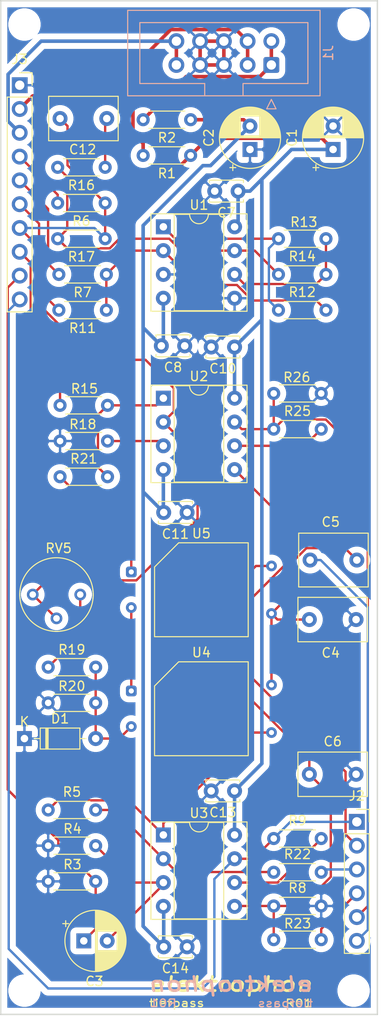
<source format=kicad_pcb>
(kicad_pcb (version 20221018) (generator pcbnew)
  (title_block (title "tiefpass") (date "2021-08-15") (rev "R01") (comment 1 "PCB for main circuit") (comment 2 "LPG design by Don Buchla") (comment 4 "License CC BY 4.0 - Attribution 4.0 International"))
  (layers (0 "F.Cu" signal) (31 "B.Cu" signal) (34 "B.Paste" user) (35 "F.Paste" user) (36 "B.SilkS" user "B.Silkscreen") (37 "F.SilkS" user "F.Silkscreen") (38 "B.Mask" user) (39 "F.Mask" user) (44 "Edge.Cuts" user))
  (net 0 "")
  (net 1 "GND")
  (net 2 "+15V")
  (net 3 "-15V")
  (net 4 "IN")
  (net 5 "Net-(C4-Pad1)")
  (net 6 "Net-(C6-Pad1)")
  (net 7 "+5V")
  (net 8 "VP")
  (net 9 "VN")
  (net 10 "Net-(R5-Pad1)")
  (net 11 "Net-(R9-Pad2)")
  (net 12 "Net-(C12-Pad2)")
  (net 13 "Net-(D1-Pad2)")
  (net 14 "Net-(R11-Pad1)")
  (net 15 "Net-(R12-Pad1)")
  (net 16 "Net-(R13-Pad1)")
  (net 17 "Net-(R14-Pad1)")
  (net 18 "Net-(R15-Pad1)")
  (net 19 "Net-(R18-Pad1)")
  (net 20 "Net-(R19-Pad2)")
  (net 21 "Net-(R21-Pad1)")
  (net 22 "Net-(U4-Pad1)")
  (net 23 "/S4")
  (net 24 "/S3")
  (net 25 "Net-(R22-Pad1)")
  (net 26 "/S1")
  (net 27 "/S2")
  (net 28 "OUT")
  (net 29 "CV2")
  (net 30 "/S2a")
  (net 31 "/S2b")
  (net 32 "RES_1_out")
  (net 33 "CV1")
  (net 34 "CV")
  (net 35 "Net-(R25-Pad2)")
  (net 36 "Net-(C3-Pad2)")
  (footprint "MountingHole:MountingHole_2.2mm_M2" (layer "F.Cu") (at 88.56 53.34)
    (fp_text reference "H2" hide)
    (fp_text value "MountingHole" hide)
    (pad "" np_thru_hole circle locked (at 0 0) (size 2.2 2.2) (drill 2.2) (layers "*.Cu" "*.Mask"))
  )
  (footprint "MountingHole:MountingHole_2.2mm_M2" (layer "F.Cu") (at 53.34 156.44)
    (fp_text reference "H3" hide)
    (fp_text value "MountingHole" hide)
    (pad "" np_thru_hole circle locked (at 0 0) (size 2.2 2.2) (drill 2.2) (layers "*.Cu" "*.Mask"))
  )
  (footprint "MountingHole:MountingHole_2.2mm_M2" (layer "F.Cu") (at 88.56 156.44)
    (fp_text reference "H4" hide)
    (fp_text value "MountingHole" hide)
    (pad "" np_thru_hole circle locked (at 0 0) (size 2.2 2.2) (drill 2.2) (layers "*.Cu" "*.Mask"))
  )
  (footprint "MountingHole:MountingHole_2.2mm_M2" (layer "F.Cu") (at 53.34 53.34)
    (fp_text reference "H1" hide)
    (fp_text value "MountingHole" hide)
    (pad "" np_thru_hole circle (at 0 0) (size 2.2 2.2) (drill 2.2) (layers "*.Cu" "*.Mask"))
  )
  (footprint "Capacitor_THT:CP_Radial_D6.3mm_P2.50mm" (layer "F.Cu") (at 86.36 66.675 90)
    (fp_text reference "C1" (at 1.25 -4.4 90) (layer "F.SilkS"))
    (fp_text value "22u")
    (pad "1" thru_hole rect (at 0 0 90) (size 1.6 1.6) (drill 0.8) (layers "*.Cu" "*.Mask") (net 2 "+15V"))
    (pad "2" thru_hole circle (at 2.5 0 90) (size 1.6 1.6) (drill 0.8) (layers "*.Cu" "*.Mask") (net 1 "GND"))
  )
  (footprint "Capacitor_THT:C_Rect_L7.2mm_W5.5mm_P5.00mm_FKS2_FKP2_MKS2_MKP2" (layer "F.Cu") (at 88.9 110.49 180)
    (fp_text reference "C5" (at 2.794 4.064) (layer "F.SilkS"))
    (fp_text value "4.7n")
    (pad "1" thru_hole circle (at 0 0 180) (size 1.6 1.6) (drill 0.8) (layers "*.Cu" "*.Mask") (net 5 "Net-(C4-Pad1)"))
    (pad "2" thru_hole circle (at 5 0 180) (size 1.6 1.6) (drill 0.8) (layers "*.Cu" "*.Mask") (net 23 "/S4"))
  )
  (footprint "Capacitor_THT:C_Rect_L7.2mm_W4.5mm_P5.00mm_FKS2_FKP2_MKS2_MKP2" (layer "F.Cu") (at 83.82 133.35)
    (fp_text reference "C6" (at 2.5 -3.5 180) (layer "F.SilkS"))
    (fp_text value "1n")
    (pad "1" thru_hole circle (at 0 0) (size 1.6 1.6) (drill 0.8) (layers "*.Cu" "*.Mask") (net 6 "Net-(C6-Pad1)"))
    (pad "2" thru_hole circle (at 5 0) (size 1.6 1.6) (drill 0.8) (layers "*.Cu" "*.Mask") (net 1 "GND"))
  )
  (footprint "Capacitor_THT:C_Disc_D3.4mm_W2.1mm_P2.50mm" (layer "F.Cu") (at 76.2 71.12 180)
    (fp_text reference "C7" (at 1.25 -2.3) (layer "F.SilkS"))
    (fp_text value "0.1u")
    (pad "1" thru_hole circle (at 0 0 180) (size 1.6 1.6) (drill 0.8) (layers "*.Cu" "*.Mask") (net 2 "+15V"))
    (pad "2" thru_hole circle (at 2.5 0 180) (size 1.6 1.6) (drill 0.8) (layers "*.Cu" "*.Mask") (net 1 "GND"))
  )
  (footprint "Capacitor_THT:C_Disc_D3.4mm_W2.1mm_P2.50mm" (layer "F.Cu") (at 70.485 87.63 180)
    (fp_text reference "C8" (at 1.25 -2.3) (layer "F.SilkS"))
    (fp_text value "0.1u")
    (pad "1" thru_hole circle (at 0 0 180) (size 1.6 1.6) (drill 0.8) (layers "*.Cu" "*.Mask") (net 1 "GND"))
    (pad "2" thru_hole circle (at 2.5 0 180) (size 1.6 1.6) (drill 0.8) (layers "*.Cu" "*.Mask") (net 3 "-15V"))
  )
  (footprint "Capacitor_THT:C_Disc_D3.4mm_W2.1mm_P2.50mm" (layer "F.Cu") (at 75.819 87.757 180)
    (fp_text reference "C10" (at 1.25 -2.3) (layer "F.SilkS"))
    (fp_text value "0.1u")
    (pad "1" thru_hole circle (at 0 0 180) (size 1.6 1.6) (drill 0.8) (layers "*.Cu" "*.Mask") (net 2 "+15V"))
    (pad "2" thru_hole circle (at 2.5 0 180) (size 1.6 1.6) (drill 0.8) (layers "*.Cu" "*.Mask") (net 1 "GND"))
  )
  (footprint "Capacitor_THT:C_Rect_L7.2mm_W4.5mm_P5.00mm_FKS2_FKP2_MKS2_MKP2" (layer "F.Cu") (at 57.15 63.373)
    (fp_text reference "C12" (at 2.413 3.302) (layer "F.SilkS"))
    (fp_text value "2.2n")
    (pad "1" thru_hole circle (at 0 0) (size 1.6 1.6) (drill 0.8) (layers "*.Cu" "*.Mask") (net 30 "/S2a"))
    (pad "2" thru_hole circle (at 5 0) (size 1.6 1.6) (drill 0.8) (layers "*.Cu" "*.Mask") (net 12 "Net-(C12-Pad2)"))
  )
  (footprint "Capacitor_THT:C_Disc_D3.4mm_W2.1mm_P2.50mm" (layer "F.Cu") (at 75.819 135.128 180)
    (fp_text reference "C13" (at 1.25 -2.3) (layer "F.SilkS"))
    (fp_text value "0.1u")
    (pad "1" thru_hole circle (at 0 0 180) (size 1.6 1.6) (drill 0.8) (layers "*.Cu" "*.Mask") (net 2 "+15V"))
    (pad "2" thru_hole circle (at 2.5 0 180) (size 1.6 1.6) (drill 0.8) (layers "*.Cu" "*.Mask") (net 1 "GND"))
  )
  (footprint "Resistor_THT:R_Axial_DIN0204_L3.6mm_D1.6mm_P5.08mm_Horizontal" (layer "F.Cu") (at 71.12 67.31 180)
    (fp_text reference "R1" (at 2.54 -1.92) (layer "F.SilkS"))
    (fp_text value "10")
    (pad "1" thru_hole circle (at 0 0 180) (size 1.4 1.4) (drill 0.7) (layers "*.Cu" "*.Mask") (net 2 "+15V"))
    (pad "2" thru_hole oval (at 5.08 0 180) (size 1.4 1.4) (drill 0.7) (layers "*.Cu" "*.Mask") (net 8 "VP"))
  )
  (footprint "Resistor_THT:R_Axial_DIN0204_L3.6mm_D1.6mm_P5.08mm_Horizontal" (layer "F.Cu") (at 71.12 63.5 180)
    (fp_text reference "R2" (at 2.54 -1.92) (layer "F.SilkS"))
    (fp_text value "10")
    (pad "1" thru_hole circle (at 0 0 180) (size 1.4 1.4) (drill 0.7) (layers "*.Cu" "*.Mask") (net 3 "-15V"))
    (pad "2" thru_hole oval (at 5.08 0 180) (size 1.4 1.4) (drill 0.7) (layers "*.Cu" "*.Mask") (net 9 "VN"))
  )
  (footprint "Resistor_THT:R_Axial_DIN0204_L3.6mm_D1.6mm_P5.08mm_Horizontal" (layer "F.Cu") (at 60.96 144.78 180)
    (fp_text reference "R3" (at 2.48412 1.79348) (layer "F.SilkS"))
    (fp_text value "100k")
    (pad "1" thru_hole circle (at 0 0 180) (size 1.4 1.4) (drill 0.7) (layers "*.Cu" "*.Mask") (net 4 "IN"))
    (pad "2" thru_hole oval (at 5.08 0 180) (size 1.4 1.4) (drill 0.7) (layers "*.Cu" "*.Mask") (net 1 "GND"))
  )
  (footprint "Resistor_THT:R_Axial_DIN0204_L3.6mm_D1.6mm_P5.08mm_Horizontal" (layer "F.Cu") (at 80.01 147.404666)
    (fp_text reference "R8" (at 2.54 -1.92) (layer "F.SilkS"))
    (fp_text value "4.7M")
    (pad "1" thru_hole circle (at 0 0) (size 1.4 1.4) (drill 0.7) (layers "*.Cu" "*.Mask") (net 6 "Net-(C6-Pad1)"))
    (pad "2" thru_hole oval (at 5.08 0) (size 1.4 1.4) (drill 0.7) (layers "*.Cu" "*.Mask") (net 1 "GND"))
  )
  (footprint "Resistor_THT:R_Axial_DIN0204_L3.6mm_D1.6mm_P5.08mm_Horizontal" (layer "F.Cu") (at 62.103 83.82 180)
    (fp_text reference "R11" (at 2.54 -1.92) (layer "F.SilkS"))
    (fp_text value "100k")
    (pad "1" thru_hole circle (at 0 0 180) (size 1.4 1.4) (drill 0.7) (layers "*.Cu" "*.Mask") (net 14 "Net-(R11-Pad1)"))
    (pad "2" thru_hole oval (at 5.08 0 180) (size 1.4 1.4) (drill 0.7) (layers "*.Cu" "*.Mask") (net 29 "CV2"))
  )
  (footprint "Resistor_THT:R_Axial_DIN0204_L3.6mm_D1.6mm_P5.08mm_Horizontal" (layer "F.Cu") (at 85.598 76.2 180)
    (fp_text reference "R13" (at 2.3622 1.76784) (layer "F.SilkS"))
    (fp_text value "100k")
    (pad "1" thru_hole circle (at 0 0 180) (size 1.4 1.4) (drill 0.7) (layers "*.Cu" "*.Mask") (net 16 "Net-(R13-Pad1)"))
    (pad "2" thru_hole oval (at 5.08 0 180) (size 1.4 1.4) (drill 0.7) (layers "*.Cu" "*.Mask") (net 15 "Net-(R12-Pad1)"))
  )
  (footprint "Resistor_THT:R_Axial_DIN0204_L3.6mm_D1.6mm_P5.08mm_Horizontal" (layer "F.Cu") (at 80.518 80.01)
    (fp_text reference "R14" (at 2.54 -1.92) (layer "F.SilkS"))
    (fp_text value "100k")
    (pad "1" thru_hole circle (at 0 0) (size 1.4 1.4) (drill 0.7) (layers "*.Cu" "*.Mask") (net 17 "Net-(R14-Pad1)"))
    (pad "2" thru_hole oval (at 5.08 0) (size 1.4 1.4) (drill 0.7) (layers "*.Cu" "*.Mask") (net 16 "Net-(R13-Pad1)"))
  )
  (footprint "Resistor_THT:R_Axial_DIN0204_L3.6mm_D1.6mm_P5.08mm_Horizontal" (layer "F.Cu") (at 61.976 68.58 180)
    (fp_text reference "R16" (at 2.54 -1.92) (layer "F.SilkS"))
    (fp_text value "470k")
    (pad "1" thru_hole circle (at 0 0 180) (size 1.4 1.4) (drill 0.7) (layers "*.Cu" "*.Mask") (net 12 "Net-(C12-Pad2)"))
    (pad "2" thru_hole oval (at 5.08 0 180) (size 1.4 1.4) (drill 0.7) (layers "*.Cu" "*.Mask") (net 17 "Net-(R14-Pad1)"))
  )
  (footprint "Resistor_THT:R_Axial_DIN0204_L3.6mm_D1.6mm_P5.08mm_Horizontal" (layer "F.Cu") (at 61.976 76.2 180)
    (fp_text reference "R17" (at 2.54 -1.92) (layer "F.SilkS"))
    (fp_text value "100k")
    (pad "1" thru_hole circle (at 0 0 180) (size 1.4 1.4) (drill 0.7) (layers "*.Cu" "*.Mask") (net 30 "/S2a"))
    (pad "2" thru_hole oval (at 5.08 0 180) (size 1.4 1.4) (drill 0.7) (layers "*.Cu" "*.Mask") (net 17 "Net-(R14-Pad1)"))
  )
  (footprint "Resistor_THT:R_Axial_DIN0204_L3.6mm_D1.6mm_P5.08mm_Horizontal" (layer "F.Cu") (at 62.23 97.79 180)
    (fp_text reference "R18" (at 2.6416 1.778) (layer "F.SilkS"))
    (fp_text value "10k")
    (pad "1" thru_hole circle (at 0 0 180) (size 1.4 1.4) (drill 0.7) (layers "*.Cu" "*.Mask") (net 19 "Net-(R18-Pad1)"))
    (pad "2" thru_hole oval (at 5.08 0 180) (size 1.4 1.4) (drill 0.7) (layers "*.Cu" "*.Mask") (net 1 "GND"))
  )
  (footprint "Resistor_THT:R_Axial_DIN0204_L3.6mm_D1.6mm_P5.08mm_Horizontal" (layer "F.Cu") (at 55.88 125.73)
    (fp_text reference "R20" (at 2.52984 -1.778) (layer "F.SilkS"))
    (fp_text value "100k")
    (pad "1" thru_hole circle (at 0 0) (size 1.4 1.4) (drill 0.7) (layers "*.Cu" "*.Mask") (net 1 "GND"))
    (pad "2" thru_hole oval (at 5.08 0) (size 1.4 1.4) (drill 0.7) (layers "*.Cu" "*.Mask") (net 13 "Net-(D1-Pad2)"))
  )
  (footprint "Resistor_THT:R_Axial_DIN0204_L3.6mm_D1.6mm_P5.08mm_Horizontal" (layer "F.Cu") (at 57.15 101.6)
    (fp_text reference "R21" (at 2.54 -1.92) (layer "F.SilkS"))
    (fp_text value "470")
    (pad "1" thru_hole circle (at 0 0) (size 1.4 1.4) (drill 0.7) (layers "*.Cu" "*.Mask") (net 21 "Net-(R21-Pad1)"))
    (pad "2" thru_hole oval (at 5.08 0) (size 1.4 1.4) (drill 0.7) (layers "*.Cu" "*.Mask") (net 18 "Net-(R15-Pad1)"))
  )
  (footprint "Resistor_THT:R_Axial_DIN0204_L3.6mm_D1.6mm_P5.08mm_Horizontal" (layer "F.Cu") (at 80.01 143.806333)
    (fp_text reference "R22" (at 2.54 -1.92) (layer "F.SilkS"))
    (fp_text value "15k")
    (pad "1" thru_hole circle (at 0 0) (size 1.4 1.4) (drill 0.7) (layers "*.Cu" "*.Mask") (net 25 "Net-(R22-Pad1)"))
    (pad "2" thru_hole oval (at 5.08 0) (size 1.4 1.4) (drill 0.7) (layers "*.Cu" "*.Mask") (net 26 "/S1"))
  )
  (footprint "Resistor_THT:R_Axial_DIN0204_L3.6mm_D1.6mm_P5.08mm_Horizontal" (layer "F.Cu") (at 80.01 151.003)
    (fp_text reference "R23" (at 2.55524 -1.72212) (layer "F.SilkS"))
    (fp_text value "10k")
    (pad "1" thru_hole circle (at 0 0) (size 1.4 1.4) (drill 0.7) (layers "*.Cu" "*.Mask") (net 6 "Net-(C6-Pad1)"))
    (pad "2" thru_hole oval (at 5.08 0) (size 1.4 1.4) (drill 0.7) (layers "*.Cu" "*.Mask") (net 27 "/S2"))
  )
  (footprint "Potentiometer_THT:Potentiometer_Bourns_3339P_Vertical" (layer "F.Cu") (at 59.309 114.173 90)
    (fp_text reference "RV5" (at 4.93776 -2.31648 180) (layer "F.SilkS"))
    (fp_text value "20k")
    (pad "1" thru_hole circle (at 0 0 90) (size 1.26 1.26) (drill 0.7) (layers "*.Cu" "*.Mask") (net 20 "Net-(R19-Pad2)"))
    (pad "2" thru_hole circle (at -2.54 -2.54 90) (size 1.26 1.26) (drill 0.7) (layers "*.Cu" "*.Mask") (net 30 "/S2a"))
    (pad "3" thru_hole circle (at 0 -5.08 90) (size 1.26 1.26) (drill 0.7) (layers "*.Cu" "*.Mask") (net 30 "/S2a"))
  )
  (footprint "Package_DIP:DIP-8_W7.62mm_Socket" (layer "F.Cu") (at 68.202 74.93)
    (fp_text reference "U1" (at 3.81 -2.33) (layer "F.SilkS"))
    (fp_text value "TL072")
    (pad "1" thru_hole rect (at 0 0) (size 1.6 1.6) (drill 0.8) (layers "*.Cu" "*.Mask") (net 15 "Net-(R12-Pad1)"))
    (pad "2" thru_hole oval (at 0 2.54) (size 1.6 1.6) (drill 0.8) (layers "*.Cu" "*.Mask") (net 14 "Net-(R11-Pad1)"))
    (pad "3" thru_hole oval (at 0 5.08) (size 1.6 1.6) (drill 0.8) (layers "*.Cu" "*.Mask") (net 1 "GND"))
    (pad "4" thru_hole oval (at 0 7.62) (size 1.6 1.6) (drill 0.8) (layers "*.Cu" "*.Mask") (net 3 "-15V"))
    (pad "5" thru_hole oval (at 7.62 7.62) (size 1.6 1.6) (drill 0.8) (layers "*.Cu" "*.Mask") (net 1 "GND"))
    (pad "6" thru_hole oval (at 7.62 5.08) (size 1.6 1.6) (drill 0.8) (layers "*.Cu" "*.Mask") (net 16 "Net-(R13-Pad1)"))
    (pad "7" thru_hole oval (at 7.62 2.54) (size 1.6 1.6) (drill 0.8) (layers "*.Cu" "*.Mask") (net 17 "Net-(R14-Pad1)"))
    (pad "8" thru_hole oval (at 7.62 0) (size 1.6 1.6) (drill 0.8) (layers "*.Cu" "*.Mask") (net 2 "+15V"))
  )
  (footprint "OptoDevice:PerkinElmer_VTL5C" (layer "F.Cu") (at 64.77 124.46)
    (fp_text reference "U4" (at 7.5 -4.1) (layer "F.SilkS"))
    (fp_text value "VTL5C")
    (pad "1" thru_hole roundrect (at 0 0) (size 1.15 1.15) (drill 0.55) (layers "*.Cu" "*.Mask") (net 22 "Net-(U4-Pad1)"))
    (pad "2" thru_hole circle (at 0 3.8) (size 1.15 1.15) (drill 0.55) (layers "*.Cu" "*.Mask") (net 13 "Net-(D1-Pad2)"))
    (pad "3" thru_hole circle (at 15 -0.64) (size 1.15 1.15) (drill 0.55) (layers "*.Cu" "*.Mask") (net 5 "Net-(C4-Pad1)"))
    (pad "4" thru_hole circle (at 15 4.44) (size 1.15 1.15) (drill 0.55) (layers "*.Cu" "*.Mask") (net 10 "Net-(R5-Pad1)"))
  )
  (footprint "OptoDevice:PerkinElmer_VTL5C" (layer "F.Cu") (at 64.77 111.76)
    (fp_text reference "U5" (at 7.5 -4.1) (layer "F.SilkS"))
    (fp_text value "VTL5C")
    (pad "1" thru_hole roundrect (at 0 0) (size 1.15 1.15) (drill 0.55) (layers "*.Cu" "*.Mask") (net 21 "Net-(R21-Pad1)"))
    (pad "2" thru_hole circle (at 0 3.8) (size 1.15 1.15) (drill 0.55) (layers "*.Cu" "*.Mask") (net 22 "Net-(U4-Pad1)"))
    (pad "3" thru_hole circle (at 15 -0.64) (size 1.15 1.15) (drill 0.55) (layers "*.Cu" "*.Mask") (net 6 "Net-(C6-Pad1)"))
    (pad "4" thru_hole circle (at 15 4.44) (size 1.15 1.15) (drill 0.55) (layers "*.Cu" "*.Mask") (net 5 "Net-(C4-Pad1)"))
  )
  (footprint "Capacitor_THT:CP_Radial_D6.3mm_P2.50mm" (layer "F.Cu") (at 77.47 66.675 90)
    (fp_text reference "C2" (at 1.25 -4.4 90) (layer "F.SilkS"))
    (fp_text value "22u")
    (pad "1" thru_hole rect (at 0 0 90) (size 1.6 1.6) (drill 0.8) (layers "*.Cu" "*.Mask") (net 1 "GND"))
    (pad "2" thru_hole circle (at 2.5 0 90) (size 1.6 1.6) (drill 0.8) (layers "*.Cu" "*.Mask") (net 3 "-15V"))
  )
  (footprint "Capacitor_THT:C_Rect_L7.2mm_W4.5mm_P5.00mm_FKS2_FKP2_MKS2_MKP2" (layer "F.Cu") (at 83.82 116.84)
    (fp_text reference "C4" (at 2.286 3.556 180) (layer "F.SilkS"))
    (fp_text value "220p")
    (pad "1" thru_hole circle (at 0 0) (size 1.6 1.6) (drill 0.8) (layers "*.Cu" "*.Mask") (net 5 "Net-(C4-Pad1)"))
    (pad "2" thru_hole circle (at 5 0) (size 1.6 1.6) (drill 0.8) (layers "*.Cu" "*.Mask") (net 1 "GND"))
  )
  (footprint "Capacitor_THT:C_Disc_D3.4mm_W2.1mm_P2.50mm" (layer "F.Cu") (at 70.739 105.41 180)
    (fp_text reference "C11" (at 1.25 -2.3) (layer "F.SilkS"))
    (fp_text value "0.1u")
    (pad "1" thru_hole circle (at 0 0 180) (size 1.6 1.6) (drill 0.8) (layers "*.Cu" "*.Mask") (net 1 "GND"))
    (pad "2" thru_hole circle (at 2.5 0 180) (size 1.6 1.6) (drill 0.8) (layers "*.Cu" "*.Mask") (net 3 "-15V"))
  )
  (footprint "Capacitor_THT:C_Disc_D3.4mm_W2.1mm_P2.50mm" (layer "F.Cu") (at 70.739 151.765 180)
    (fp_text reference "C14" (at 1.25 -2.3) (layer "F.SilkS"))
    (fp_text value "0.1u")
    (pad "1" thru_hole circle (at 0 0 180) (size 1.6 1.6) (drill 0.8) (layers "*.Cu" "*.Mask") (net 1 "GND"))
    (pad "2" thru_hole circle (at 2.5 0 180) (size 1.6 1.6) (drill 0.8) (layers "*.Cu" "*.Mask") (net 3 "-15V"))
  )
  (footprint "Diode_THT:D_DO-35_SOD27_P7.62mm_Horizontal" (layer "F.Cu") (at 53.34 129.54)
    (fp_text reference "D1" (at 3.81 -2.12) (layer "F.SilkS"))
    (fp_text value "3.9V")
    (fp_text user "K" (at 0 -1.8) (layer "F.SilkS"))
    (pad "1" thru_hole rect (at 0 0) (size 1.6 1.6) (drill 0.8) (layers "*.Cu" "*.Mask") (net 1 "GND"))
    (pad "2" thru_hole oval (at 7.62 0) (size 1.6 1.6) (drill 0.8) (layers "*.Cu" "*.Mask") (net 13 "Net-(D1-Pad2)"))
  )
  (footprint "Resistor_THT:R_Axial_DIN0204_L3.6mm_D1.6mm_P5.08mm_Horizontal" (layer "F.Cu") (at 60.96 140.97 180)
    (fp_text reference "R4" (at 2.48412 1.79348) (layer "F.SilkS"))
    (fp_text value "100k")
    (pad "1" thru_hole circle (at 0 0 180) (size 1.4 1.4) (drill 0.7) (layers "*.Cu" "*.Mask") (net 36 "Net-(C3-Pad2)"))
    (pad "2" thru_hole oval (at 5.08 0 180) (size 1.4 1.4) (drill 0.7) (layers "*.Cu" "*.Mask") (net 1 "GND"))
  )
  (footprint "Resistor_THT:R_Axial_DIN0204_L3.6mm_D1.6mm_P5.08mm_Horizontal" (layer "F.Cu") (at 55.88 137.16)
    (fp_text reference "R5" (at 2.54 -1.92) (layer "F.SilkS"))
    (fp_text value "15k")
    (pad "1" thru_hole circle (at 0 0) (size 1.4 1.4) (drill 0.7) (layers "*.Cu" "*.Mask") (net 10 "Net-(R5-Pad1)"))
    (pad "2" thru_hole oval (at 5.08 0) (size 1.4 1.4) (drill 0.7) (layers "*.Cu" "*.Mask") (net 25 "Net-(R22-Pad1)"))
  )
  (footprint "Resistor_THT:R_Axial_DIN0204_L3.6mm_D1.6mm_P5.08mm_Horizontal" (layer "F.Cu") (at 61.976 72.39 180)
    (fp_text reference "R6" (at 2.54 -1.92) (layer "F.SilkS"))
    (fp_text value "150k")
    (pad "1" thru_hole circle (at 0 0 180) (size 1.4 1.4) (drill 0.7) (layers "*.Cu" "*.Mask") (net 30 "/S2a"))
    (pad "2" thru_hole oval (at 5.08 0 180) (size 1.4 1.4) (drill 0.7) (layers "*.Cu" "*.Mask") (net 34 "CV"))
  )
  (footprint "Resistor_THT:R_Axial_DIN0204_L3.6mm_D1.6mm_P5.08mm_Horizontal" (layer "F.Cu") (at 62.103 80.01 180)
    (fp_text reference "R7" (at 2.54 -1.92) (layer "F.SilkS"))
    (fp_text value "100k")
    (pad "1" thru_hole circle (at 0 0 180) (size 1.4 1.4) (drill 0.7) (layers "*.Cu" "*.Mask") (net 14 "Net-(R11-Pad1)"))
    (pad "2" thru_hole oval (at 5.08 0 180) (size 1.4 1.4) (drill 0.7) (layers "*.Cu" "*.Mask") (net 33 "CV1"))
  )
  (footprint "Resistor_THT:R_Axial_DIN0204_L3.6mm_D1.6mm_P5.08mm_Horizontal" (layer "F.Cu") (at 80.01 140.208)
    (fp_text reference "R9" (at 2.54 -1.92) (layer "F.SilkS"))
    (fp_text value "10k")
    (pad "1" thru_hole circle (at 0 0) (size 1.4 1.4) (drill 0.7) (layers "*.Cu" "*.Mask") (net 28 "OUT"))
    (pad "2" thru_hole oval (at 5.08 0) (size 1.4 1.4) (drill 0.7) (layers "*.Cu" "*.Mask") (net 11 "Net-(R9-Pad2)"))
  )
  (footprint "Resistor_THT:R_Axial_DIN0204_L3.6mm_D1.6mm_P5.08mm_Horizontal" (layer "F.Cu") (at 80.518 83.82)
    (fp_text reference "R12" (at 2.54 -1.92) (layer "F.SilkS"))
    (fp_text value "100k")
    (pad "1" thru_hole circle (at 0 0) (size 1.4 1.4) (drill 0.7) (layers "*.Cu" "*.Mask") (net 15 "Net-(R12-Pad1)"))
    (pad "2" thru_hole oval (at 5.08 0) (size 1.4 1.4) (drill 0.7) (layers "*.Cu" "*.Mask") (net 14 "Net-(R11-Pad1)"))
  )
  (footprint "Resistor_THT:R_Axial_DIN0204_L3.6mm_D1.6mm_P5.08mm_Horizontal" (layer "F.Cu") (at 62.23 93.98 180)
    (fp_text reference "R15" (at 2.46888 1.76784) (layer "F.SilkS"))
    (fp_text value "470")
    (pad "1" thru_hole circle (at 0 0 180) (size 1.4 1.4) (drill 0.7) (layers "*.Cu" "*.Mask") (net 18 "Net-(R15-Pad1)"))
    (pad "2" thru_hole oval (at 5.08 0 180) (size 1.4 1.4) (drill 0.7) (layers "*.Cu" "*.Mask") (net 31 "/S2b"))
  )
  (footprint "Resistor_THT:R_Axial_DIN0204_L3.6mm_D1.6mm_P5.08mm_Horizontal" (layer "F.Cu") (at 60.96 121.92 180)
    (fp_text reference "R19" (at 2.55016 1.86436) (layer "F.SilkS"))
    (fp_text value "33k")
    (pad "1" thru_hole circle (at 0 0 180) (size 1.4 1.4) (drill 0.7) (layers "*.Cu" "*.Mask") (net 13 "Net-(D1-Pad2)"))
    (pad "2" thru_hole oval (at 5.08 0 180) (size 1.4 1.4) (drill 0.7) (layers "*.Cu" "*.Mask") (net 20 "Net-(R19-Pad2)"))
  )
  (footprint "Resistor_THT:R_Axial_DIN0204_L3.6mm_D1.6mm_P5.08mm_Horizontal" (layer "F.Cu") (at 80.01 96.52)
    (fp_text reference "R25" (at 2.54 -1.92) (layer "F.SilkS"))
    (fp_text value "10k")
    (pad "1" thru_hole circle (at 0 0) (size 1.4 1.4) (drill 0.7) (layers "*.Cu" "*.Mask") (net 24 "/S3"))
    (pad "2" thru_hole oval (at 5.08 0) (size 1.4 1.4) (drill 0.7) (layers "*.Cu" "*.Mask") (net 35 "Net-(R25-Pad2)"))
  )
  (footprint "Resistor_THT:R_Axial_DIN0204_L3.6mm_D1.6mm_P5.08mm_Horizontal" (layer "F.Cu") (at 85.09 92.71 180)
    (fp_text reference "R26" (at 2.60604 1.71704) (layer "F.SilkS"))
    (fp_text value "10k")
    (pad "1" thru_hole circle (at 0 0 180) (size 1.4 1.4) (drill 0.7) (layers "*.Cu" "*.Mask") (net 1 "GND"))
    (pad "2" thru_hole oval (at 5.08 0 180) (size 1.4 1.4) (drill 0.7) (layers "*.Cu" "*.Mask") (net 24 "/S3"))
  )
  (footprint "Package_DIP:DIP-8_W7.62mm_Socket" (layer "F.Cu") (at 68.202 93.218)
    (fp_text reference "U2" (at 3.81 -2.33) (layer "F.SilkS"))
    (fp_text value "TL072")
    (pad "1" thru_hole rect (at 0 0) (size 1.6 1.6) (drill 0.8) (layers "*.Cu" "*.Mask") (net 18 "Net-(R15-Pad1)"))
    (pad "2" thru_hole oval (at 0 2.54) (size 1.6 1.6) (drill 0.8) (layers "*.Cu" "*.Mask") (net 30 "/S2a"))
    (pad "3" thru_hole oval (at 0 5.08) (size 1.6 1.6) (drill 0.8) (layers "*.Cu" "*.Mask") (net 19 "Net-(R18-Pad1)"))
    (pad "4" thru_hole oval (at 0 7.62) (size 1.6 1.6) (drill 0.8) (layers "*.Cu" "*.Mask") (net 3 "-15V"))
    (pad "5" thru_hole oval (at 7.62 7.62) (size 1.6 1.6) (drill 0.8) (layers "*.Cu" "*.Mask") (net 32 "RES_1_out"))
    (pad "6" thru_hole oval (at 7.62 5.08) (size 1.6 1.6) (drill 0.8) (layers "*.Cu" "*.Mask") (net 35 "Net-(R25-Pad2)"))
    (pad "7" thru_hole oval (at 7.62 2.54) (size 1.6 1.6) (drill 0.8) (layers "*.Cu" "*.Mask") (net 24 "/S3"))
    (pad "8" thru_hole oval (at 7.62 0) (size 1.6 1.6) (drill 0.8) (layers "*.Cu" "*.Mask") (net 2 "+15V"))
  )
  (footprint "Package_DIP:DIP-8_W7.62mm_Socket" (layer "F.Cu") (at 68.202 139.827)
    (fp_text reference "U3" (at 3.81 -2.33) (layer "F.SilkS"))
    (fp_text value "TL072")
    (pad "1" thru_hole rect (at 0 0) (size 1.6 1.6) (drill 0.8) (layers "*.Cu" "*.Mask") (net 10 "Net-(R5-Pad1)"))
    (pad "2" thru_hole oval (at 0 2.54) (size 1.6 1.6) (drill 0.8) (layers "*.Cu" "*.Mask") (net 25 "Net-(R22-Pad1)"))
    (pad "3" thru_hole oval (at 0 5.08) (size 1.6 1.6) (drill 0.8) (layers "*.Cu" "*.Mask") (net 36 "Net-(C3-Pad2)"))
    (pad "4" thru_hole oval (at 0 7.62) (size 1.6 1.6) (drill 0.8) (layers "*.Cu" "*.Mask") (net 3 "-15V"))
    (pad "5" thru_hole oval (at 7.62 7.62) (size 1.6 1.6) (drill 0.8) (layers "*.Cu" "*.Mask") (net 6 "Net-(C6-Pad1)"))
    (pad "6" thru_hole oval (at 7.62 5.08) (size 1.6 1.6) (drill 0.8) (layers "*.Cu" "*.Mask") (net 11 "Net-(R9-Pad2)"))
    (pad "7" thru_hole oval (at 7.62 2.54) (size 1.6 1.6) (drill 0.8) (layers "*.Cu" "*.Mask") (net 28 "OUT"))
    (pad "8" thru_hole oval (at 7.62 0) (size 1.6 1.6) (drill 0.8) (layers "*.Cu" "*.Mask") (net 2 "+15V"))
  )
  (footprint "elektrophon:elektrophon logo" (layer "F.Cu") (at 75.45832 156.7688)
    (fp_text reference "REF**" hide)
    (fp_text value "elektrophon logo" hide)
    (fp_text user "elektrophon" (at 0 -1.016) (layer "B.SilkS") (effects (font (size 1.5 2) (thickness 0.3) italic) (justify mirror)))
    (fp_text user "tiefpass" (at 8.84 1.02) (layer "B.SilkS") (effects (font (size 0.8 1)) (justify left mirror)))
    (fp_text user "R01" (at -8.83 1) (layer "B.SilkS") (effects (font (size 0.8 1)) (justify right mirror)))
    (fp_text user "elektrophon" (at 0 -1.016) (layer "F.SilkS") (effects (font (size 1.5 2) (thickness 0.3) italic)))
    (fp_text user "R01" (at 8.8 1.02) (layer "F.SilkS") (effects (font (size 0.8 1)) (justify right)))
    (fp_text user "tiefpass" (at -8.88 1) (layer "F.SilkS") (effects (font (size 0.8 1)) (justify left)))
  )
  (footprint "Connector_PinSocket_2.54mm:PinSocket_1x06_P2.54mm_Vertical" (layer "F.Cu") (at 88.9 138.43)
    (fp_text reference "J2" (at 0 -2.77) (layer "F.SilkS"))
    (fp_text value "01x06 Female" hide)
    (pad "1" thru_hole rect (at 0 0) (size 1.7 1.7) (drill 1) (layers "*.Cu" "*.Mask") (net 28 "OUT"))
    (pad "2" thru_hole oval (at 0 2.54) (size 1.7 1.7) (drill 1) (layers "*.Cu" "*.Mask") (net 32 "RES_1_out"))
    (pad "3" thru_hole oval (at 0 5.08) (size 1.7 1.7) (drill 1) (layers "*.Cu" "*.Mask") (net 26 "/S1"))
    (pad "4" thru_hole oval (at 0 7.62) (size 1.7 1.7) (drill 1) (layers "*.Cu" "*.Mask") (net 27 "/S2"))
    (pad "5" thru_hole oval (at 0 10.16) (size 1.7 1.7) (drill 1) (layers "*.Cu" "*.Mask") (net 24 "/S3"))
    (pad "6" thru_hole oval (at 0 12.7) (size 1.7 1.7) (drill 1) (layers "*.Cu" "*.Mask") (net 23 "/S4"))
  )
  (footprint "Connector_PinSocket_2.54mm:PinSocket_1x10_P2.54mm_Vertical" (layer "F.Cu") (at 52.832 59.817)
    (fp_text reference "J3" (at 0 -2.77) (layer "F.SilkS"))
    (fp_text value "01x10 Female" hide)
    (pad "1" thru_hole rect (at 0 0) (size 1.7 1.7) (drill 1) (layers "*.Cu" "*.Mask") (net 1 "GND"))
    (pad "2" thru_hole oval (at 0 2.54) (size 1.7 1.7) (drill 1) (layers "*.Cu" "*.Mask") (net 2 "+15V"))
    (pad "3" thru_hole oval (at 0 5.08) (size 1.7 1.7) (drill 1) (layers "*.Cu" "*.Mask") (net 7 "+5V"))
    (pad "4" thru_hole oval (at 0 7.62) (size 1.7 1.7) (drill 1) (layers "*.Cu" "*.Mask") (net 34 "CV"))
    (pad "5" thru_hole oval (at 0 10.16) (size 1.7 1.7) (drill 1) (layers "*.Cu" "*.Mask") (net 33 "CV1"))
    (pad "6" thru_hole oval (at 0 12.7) (size 1.7 1.7) (drill 1) (layers "*.Cu" "*.Mask") (net 29 "CV2"))
    (pad "7" thru_hole oval (at 0 15.24) (size 1.7 1.7) (drill 1) (layers "*.Cu" "*.Mask") (net 30 "/S2a"))
    (pad "8" thru_hole oval (at 0 17.78) (size 1.7 1.7) (drill 1) (layers "*.Cu" "*.Mask") (net 31 "/S2b"))
    (pad "9" thru_hole oval (at 0 20.32) (size 1.7 1.7) (drill 1) (layers "*.Cu" "*.Mask") (net 4 "IN"))
    (pad "10" thru_hole oval (at 0 22.86) (size 1.7 1.7) (drill 1) (layers "*.Cu" "*.Mask") (net 28 "OUT"))
  )
  (footprint "Capacitor_THT:CP_Radial_D6.3mm_P2.50mm" (layer "F.Cu") (at 59.69 151.13)
    (fp_text reference "C3" (at 1.143 4.318) (layer "F.SilkS"))
    (fp_text value "1u")
    (pad "1" thru_hole rect (at 0 0) (size 1.6 1.6) (drill 0.8) (layers "*.Cu" "*.Mask") (net 4 "IN"))
    (pad "2" thru_hole circle (at 2.5 0) (size 1.6 1.6) (drill 0.8) (layers "*.Cu" "*.Mask") (net 36 "Net-(C3-Pad2)"))
  )
  (footprint "Connector_IDC:IDC-Header_2x05_P2.54mm_Vertical" (layer "B.Cu") (at 79.756 57.658 90)
    (fp_text reference "J1" (at 1.27 6.1 270) (layer "B.SilkS") (effects (justify mirror)))
    (fp_text value "10 Pos")
    (pad "1" thru_hole roundrect (at 0 0 90) (size 1.7 1.7) (drill 1) (layers "*.Cu" "*.Mask") (roundrect_rratio 0.147059) (net 9 "VN"))
    (pad "2" thru_hole circle (at 2.54 0 90) (size 1.7 1.7) (drill 1) (layers "*.Cu" "*.Mask") (net 9 "VN"))
    (pad "3" thru_hole circle (at 0 -2.54 90) (size 1.7 1.7) (drill 1) (layers "*.Cu" "*.Mask") (net 8 "VP"))
    (pad "4" thru_hole circle (at 2.54 -2.54 90) (size 1.7 1.7) (drill 1) (layers "*.Cu" "*.Mask") (net 8 "VP"))
    (pad "5" thru_hole circle (at 0 -5.08 90) (size 1.7 1.7) (drill 1) (layers "*.Cu" "*.Mask") (net 1 "GND"))
    (pad "6" thru_hole circle (at 2.54 -5.08 90) (size 1.7 1.7) (drill 1) (layers "*.Cu" "*.Mask") (net 1 "GND"))
    (pad "7" thru_hole circle (at 0 -7.62 90) (size 1.7 1.7) (drill 1) (layers "*.Cu" "*.Mask") (net 1 "GND"))
    (pad "8" thru_hole circle (at 2.54 -7.62 90) (size 1.7 1.7) (drill 1) (layers "*.Cu" "*.Mask") (net 1 "GND"))
    (pad "9" thru_hole circle (at 0 -10.16 90) (size 1.7 1.7) (drill 1) (layers "*.Cu" "*.Mask") (net 7 "+5V"))
    (pad "10" thru_hole circle (at 2.54 -10.16 90) (size 1.7 1.7) (drill 1) (layers "*.Cu" "*.Mask") (net 7 "+5V"))
  )
  (gr_line (start 50.8 50.8) (end 50.8 158.98) (stroke (width 0.15)) (layer "Edge.Cuts"))
  (gr_line (start 91.1 50.8) (end 91.1 158.98) (stroke (width 0.15)) (layer "Edge.Cuts"))
  (gr_line (start 50.8 50.8) (end 91.1 50.8) (stroke (width 0.15)) (layer "Edge.Cuts"))
  (gr_line (start 91.1 158.98) (end 50.8 158.98) (stroke (width 0.15)) (layer "Edge.Cuts"))
  (segment (start 72.136 57.658) (end 72.136 55.118) (width 0.381) (layer "F.Cu") (net 1))
  (segment (start 74.676 55.118) (end 74.676 57.658) (width 0.381) (layer "F.Cu") (net 1))
  (segment (start 72.136 57.658) (end 74.676 57.658) (width 0.381) (layer "F.Cu") (net 1))
  (segment (start 74.676 55.118) (end 72.136 55.118) (width 0.381) (layer "F.Cu") (net 1))
  (segment (start 52.832 62.357) (end 54.229 60.96) (width 0.381) (layer "F.Cu") (net 2))
  (segment (start 71.12 67.31) (end 72.945501 65.484499) (width 0.381) (layer "F.Cu") (net 2))
  (segment (start 72.945501 65.484499) (end 85.169499 65.484499) (width 0.381) (layer "F.Cu") (net 2))
  (segment (start 69.469 68.961) (end 71.12 67.31) (width 0.381) (layer "F.Cu") (net 2))
  (segment (start 62.484 60.96) (end 63.881 62.357) (width 0.381) (layer "F.Cu") (net 2))
  (segment (start 54.229 60.96) (end 62.484 60.96) (width 0.381) (layer "F.Cu") (net 2))
  (segment (start 63.881 67.31) (end 65.532 68.961) (width 0.381) (layer "F.Cu") (net 2))
  (segment (start 85.169499 65.484499) (end 86.36 66.675) (width 0.381) (layer "F.Cu") (net 2))
  (segment (start 65.532 68.961) (end 69.469 68.961) (width 0.381) (layer "F.Cu") (net 2))
  (segment (start 63.881 62.357) (end 63.881 67.31) (width 0.381) (layer "F.Cu") (net 2))
  (segment (start 75.819 139.824) (end 75.822 139.827) (width 0.381) (layer "B.Cu") (net 2))
  (segment (start 80.01 68.58) (end 78.74 69.85) (width 0.381) (layer "B.Cu") (net 2))
  (segment (start 78.74 84.836) (end 75.819 87.757) (width 0.381) (layer "B.Cu") (net 2))
  (segment (start 86.36 66.675) (end 81.915 66.675) (width 0.381) (layer "B.Cu") (net 2))
  (segment (start 81.915 66.675) (end 80.01 68.58) (width 0.381) (layer "B.Cu") (net 2))
  (segment (start 76.2 71.12) (end 76.2 74.552) (width 0.381) (layer "B.Cu") (net 2))
  (segment (start 78.74 82.55) (end 78.74 84.836) (width 0.381) (layer "B.Cu") (net 2))
  (segment (start 75.819 93.215) (end 75.822 93.218) (width 0.381) (layer "B.Cu") (net 2))
  (segment (start 75.819 135.128) (end 75.819 139.824) (width 0.381) (layer "B.Cu") (net 2))
  (segment (start 77.47 71.12) (end 80.01 68.58) (width 0.381) (layer "B.Cu") (net 2))
  (segment (start 76.2 71.12) (end 77.47 71.12) (width 0.381) (layer "B.Cu") (net 2))
  (segment (start 75.819 87.757) (end 75.819 93.215) (width 0.381) (layer "B.Cu") (net 2))
  (segment (start 76.2 74.552) (end 75.822 74.93) (width 0.381) (layer "B.Cu") (net 2))
  (segment (start 78.74 69.85) (end 78.74 82.55) (width 0.381) (layer "B.Cu") (net 2))
  (segment (start 78.74 82.55) (end 78.74 132.207) (width 0.381) (layer "B.Cu") (net 2))
  (segment (start 78.74 132.207) (end 75.819 135.128) (width 0.381) (layer "B.Cu") (net 2))
  (segment (start 76.795 63.5) (end 77.47 64.175) (width 0.381) (layer "F.Cu") (net 3))
  (segment (start 71.12 63.5) (end 76.795 63.5) (width 0.381) (layer "F.Cu") (net 3))
  (segment (start 66.04 82.55) (end 66.04 101.6) (width 0.381) (layer "B.Cu") (net 3))
  (segment (start 68.239 147.484) (end 68.202 147.447) (width 0.381) (layer "B.Cu") (net 3))
  (segment (start 66.04 149.566) (end 68.239 151.765) (width 0.381) (layer "B.Cu") (net 3))
  (segment (start 73.244499 68.400501) (end 72.428597 68.400501) (width 0.381) (layer "B.Cu") (net 3))
  (segment (start 72.428597 68.400501) (end 66.04 74.789098) (width 0.381) (layer "B.Cu") (net 3))
  (segment (start 68.202 82.55) (end 68.202 87.413) (width 0.381) (layer "B.Cu") (net 3))
  (segment (start 66.04 101.6) (end 66.04 103.211) (width 0.381) (layer "B.Cu") (net 3))
  (segment (start 66.04 82.55) (end 66.04 85.685) (width 0.381) (layer "B.Cu") (net 3))
  (segment (start 77.47 64.175) (end 73.244499 68.400501) (width 0.381) (layer "B.Cu") (net 3))
  (segment (start 66.04 101.6) (end 66.04 149.566) (width 0.381) (layer "B.Cu") (net 3))
  (segment (start 68.202 87.413) (end 67.985 87.63) (width 0.381) (layer "B.Cu") (net 3))
  (segment (start 66.04 103.211) (end 68.239 105.41) (width 0.381) (layer "B.Cu") (net 3))
  (segment (start 66.04 85.685) (end 67.985 87.63) (width 0.381) (layer "B.Cu") (net 3))
  (segment (start 68.239 151.765) (end 68.239 147.484) (width 0.381) (layer "B.Cu") (net 3))
  (segment (start 66.04 74.789098) (end 66.04 82.55) (width 0.381) (layer "B.Cu") (net 3))
  (segment (start 68.202 105.373) (end 68.239 105.41) (width 0.381) (layer "B.Cu") (net 3))
  (segment (start 68.202 100.838) (end 68.202 105.373) (width 0.381) (layer "B.Cu") (net 3))
  (segment (start 56.9636 140.397013) (end 53.533293 136.966707) (width 0.25) (layer "F.Cu") (net 4))
  (segment (start 60.96 149.86) (end 59.69 151.13) (width 0.25) (layer "F.Cu") (net 4))
  (segment (start 51.552999 108.467001) (end 51.552999 107.197001) (width 0.25) (layer "F.Cu") (net 4))
  (segment (start 51.552999 108.467001) (end 51.552999 81.416001) (width 0.25) (layer "F.Cu") (net 4))
  (segment (start 51.552999 81.416001) (end 52.832 80.137) (width 0.25) (layer "F.Cu") (net 4))
  (segment (start 60.96 144.78) (end 60.96 149.86) (width 0.25) (layer "F.Cu") (net 4))
  (segment (start 51.552999 134.986412) (end 51.552999 108.467001) (width 0.25) (layer "F.Cu") (net 4))
  (segment (start 60.96 144.78) (end 56.9636 140.7836) (width 0.25) (layer "F.Cu") (net 4))
  (segment (start 51.656999 135.090413) (end 53.533293 136.966707) (width 0.25) (layer "F.Cu") (net 4))
  (segment (start 53.533293 136.966707) (end 51.552999 134.986412) (width 0.25) (layer "F.Cu") (net 4))
  (segment (start 56.9636 140.7836) (end 56.9636 140.397013) (width 0.25) (layer "F.Cu") (net 4))
  (segment (start 87.63 109.22) (end 83.504998 109.22) (width 0.25) (layer "F.Cu") (net 5))
  (segment (start 79.77 123.82) (end 79.77 116.2) (width 0.25) (layer "F.Cu") (net 5))
  (segment (start 81.730011 114.239989) (end 79.77 116.2) (width 0.25) (layer "F.Cu") (net 5))
  (segment (start 83.82 116.84) (end 80.41 116.84) (width 0.25) (layer "F.Cu") (net 5))
  (segment (start 80.41 116.84) (end 79.77 116.2) (width 0.25) (layer "F.Cu") (net 5))
  (segment (start 83.504998 109.22) (end 81.730011 110.994987) (width 0.25) (layer "F.Cu") (net 5))
  (segment (start 88.9 110.49) (end 87.63 109.22) (width 0.25) (layer "F.Cu") (net 5))
  (segment (start 81.730011 110.994987) (end 81.730011 114.239989) (width 0.25) (layer "F.Cu") (net 5))
  (segment (start 80.01 147.404666) (end 75.864334 147.404666) (width 0.25) (layer "F.Cu") (net 6))
  (segment (start 86.115001 137.961481) (end 86.115001 144.298334) (width 0.25) (layer "F.Cu") (net 6))
  (segment (start 76.2 123.997998) (end 83.82 131.617998) (width 0.25) (layer "F.Cu") (net 6))
  (segment (start 86.115001 144.298334) (end 83.008669 147.404666) (width 0.25) (layer "F.Cu") (net 6))
  (segment (start 83.008669 147.404666) (end 80.01 147.404666) (width 0.25) (layer "F.Cu") (net 6))
  (segment (start 86.115001 140.967997) (end 86.115001 137.961481) (width 0.25) (layer "F.Cu") (net 6))
  (segment (start 80.01 151.003) (end 80.01 147.404666) (width 0.25) (layer "F.Cu") (net 6))
  (segment (start 86.115001 137.961481) (end 86.115001 135.645001) (width 0.25) (layer "F.Cu") (net 6))
  (segment (start 78.11 111.12) (end 76.2 113.03) (width 0.25) (layer "F.Cu") (net 6))
  (segment (start 86.115001 135.645001) (end 83.82 133.35) (width 0.25) (layer "F.Cu") (net 6))
  (segment (start 83.82 131.617998) (end 83.82 133.35) (width 0.25) (layer "F.Cu") (net 6))
  (segment (start 75.864334 147.404666) (end 75.822 147.447) (width 0.25) (layer "F.Cu") (net 6))
  (segment (start 76.2 113.03) (end 76.2 123.997998) (width 0.25) (layer "F.Cu") (net 6))
  (segment (start 79.77 111.12) (end 78.11 111.12) (width 0.25) (layer "F.Cu") (net 6))
  (segment (start 69.596 55.118) (end 69.596 57.658) (width 0.381) (layer "F.Cu") (net 7))
  (segment (start 55.128098 55.118) (end 69.596 55.118) (width 0.381) (layer "B.Cu") (net 7))
  (segment (start 51.591499 58.654599) (end 55.128098 55.118) (width 0.381) (layer "B.Cu") (net 7))
  (segment (start 51.591499 63.656499) (end 51.591499 58.654599) (width 0.381) (layer "B.Cu") (net 7))
  (segment (start 52.832 64.897) (end 51.591499 63.656499) (width 0.381) (layer "B.Cu") (net 7))
  (segment (start 75.975499 53.877499) (end 69.000559 53.877499) (width 0.381) (layer "F.Cu") (net 8))
  (segment (start 69.000559 53.877499) (end 64.949499 57.928559) (width 0.381) (layer "F.Cu") (net 8))
  (segment (start 77.216 55.118) (end 75.975499 53.877499) (width 0.381) (layer "F.Cu") (net 8))
  (segment (start 77.216 55.118) (end 77.216 57.658) (width 0.381) (layer "F.Cu") (net 8))
  (segment (start 66.04 66.036386) (end 66.04 67.31) (width 0.381) (layer "F.Cu") (net 8))
  (segment (start 64.949499 57.928559) (end 64.949499 64.945885) (width 0.381) (layer "F.Cu") (net 8))
  (segment (start 64.949499 64.945885) (end 66.04 66.036386) (width 0.381) (layer "F.Cu") (net 8))
  (segment (start 79.756 55.118) (end 79.756 57.658) (width 0.381) (layer "F.Cu") (net 9))
  (segment (start 70.641499 58.898501) (end 78.515499 58.898501) (width 0.381) (layer "F.Cu") (net 9))
  (segment (start 78.515499 58.898501) (end 79.756 57.658) (width 0.381) (layer "F.Cu") (net 9))
  (segment (start 66.04 63.5) (end 70.641499 58.898501) (width 0.381) (layer "F.Cu") (net 9))
  (segment (start 56.905001 136.134999) (end 64.509999 136.134999) (width 0.25) (layer "F.Cu") (net 10))
  (segment (start 77.881998 128.9) (end 68.202 138.579998) (width 0.25) (layer "F.Cu") (net 10))
  (segment (start 64.509999 136.134999) (end 68.202 139.827) (width 0.25) (layer "F.Cu") (net 10))
  (segment (start 79.77 128.9) (end 77.881998 128.9) (width 0.25) (layer "F.Cu") (net 10))
  (segment (start 68.202 138.579998) (end 68.202 139.827) (width 0.25) (layer "F.Cu") (net 10))
  (segment (start 55.88 137.16) (end 56.905001 136.134999) (width 0.25) (layer "F.Cu") (net 10))
  (segment (start 85.09 140.243335) (end 85.09 140.208) (width 0.25) (layer "F.Cu") (net 11))
  (segment (start 80.426335 144.907) (end 85.09 140.243335) (width 0.25) (layer "F.Cu") (net 11))
  (segment (start 75.822 144.907) (end 80.426335 144.907) (width 0.25) (layer "F.Cu") (net 11))
  (segment (start 61.976 68.58) (end 61.976 63.547) (width 0.25) (layer "F.Cu") (net 12))
  (segment (start 61.976 63.547) (end 62.15 63.373) (width 0.25) (layer "F.Cu") (net 12))
  (segment (start 63.49 129.54) (end 64.77 128.26) (width 0.25) (layer "F.Cu") (net 13))
  (segment (start 60.96 129.54) (end 63.49 129.54) (width 0.25) (layer "F.Cu") (net 13))
  (segment (start 60.96 121.92) (end 60.96 129.54) (width 0.25) (layer "F.Cu") (net 13))
  (segment (start 64.643 77.47) (end 62.103 80.01) (width 0.25) (layer "F.Cu") (net 14))
  (segment (start 85.598 83.82) (end 84.572999 82.794999) (width 0.25) (layer "F.Cu") (net 14))
  (segment (start 68.202 77.47) (end 64.643 77.47) (width 0.25) (layer "F.Cu") (net 14))
  (segment (start 76.072003 81.135001) (end 71.867001 81.135001) (width 0.25) (layer "F.Cu") (net 14))
  (segment (start 84.572999 82.794999) (end 77.732001 82.794999) (width 0.25) (layer "F.Cu") (net 14))
  (segment (start 77.732001 82.794999) (end 76.072003 81.135001) (width 0.25) (layer "F.Cu") (net 14))
  (segment (start 71.867001 81.135001) (end 68.202 77.47) (width 0.25) (layer "F.Cu") (net 14))
  (segment (start 62.103 80.01) (end 62.103 83.82) (width 0.25) (layer "F.Cu") (net 14))
  (segment (start 69.472 76.2) (end 68.202 74.93) (width 0.25) (layer "F.Cu") (net 15))
  (segment (start 80.518 76.2) (end 69.472 76.2) (width 0.25) (layer "F.Cu") (net 15))
  (segment (start 79.492999 77.225001) (end 79.492999 82.794999) (width 0.25) (layer "B.Cu") (net 15))
  (segment (start 79.492999 82.794999) (end 80.518 83.82) (width 0.25) (layer "B.Cu") (net 15))
  (segment (start 80.518 76.2) (end 79.492999 77.225001) (width 0.25) (layer "B.Cu") (net 15))
  (segment (start 76.847001 81.035001) (end 75.822 80.01) (width 0.25) (layer "F.Cu") (net 16))
  (segment (start 85.598 76.2) (end 85.598 80.01) (width 0.25) (layer "F.Cu") (net 16))
  (segment (start 84.572999 81.035001) (end 76.847001 81.035001) (width 0.25) (layer "F.Cu") (net 16))
  (segment (start 85.598 80.01) (end 84.572999 81.035001) (width 0.25) (layer "F.Cu") (net 16))
  (segment (start 57.921001 69.605001) (end 57.921001 75.174999) (width 0.25) (layer "F.Cu") (net 17))
  (segment (start 70.10559 77.47) (end 75.822 77.47) (width 0.25) (layer "F.Cu") (net 17))
  (segment (start 57.921001 77.225001) (end 62.468001 77.225001) (width 0.25) (layer "F.Cu") (net 17))
  (segment (start 68.83559 76.2) (end 70.10559 77.47) (width 0.25) (layer "F.Cu") (net 17))
  (segment (start 77.978 77.47) (end 80.518 80.01) (width 0.25) (layer "F.Cu") (net 17))
  (segment (start 56.896 76.2) (end 57.921001 77.225001) (width 0.25) (layer "F.Cu") (net 17))
  (segment (start 57.921001 75.174999) (end 56.896 76.2) (width 0.25) (layer "F.Cu") (net 17))
  (segment (start 63.493002 76.2) (end 68.83559 76.2) (width 0.25) (layer "F.Cu") (net 17))
  (segment (start 56.896 68.58) (end 57.921001 69.605001) (width 0.25) (layer "F.Cu") (net 17))
  (segment (start 75.822 77.47) (end 77.978 77.47) (width 0.25) (layer "F.Cu") (net 17))
  (segment (start 62.468001 77.225001) (end 63.493002 76.2) (width 0.25) (layer "F.Cu") (net 17))
  (segment (start 62.23 101.6) (end 61.204999 100.574999) (width 0.25) (layer "F.Cu") (net 18))
  (segment (start 61.204999 100.574999) (end 61.204999 95.005001) (width 0.25) (layer "F.Cu") (net 18))
  (segment (start 62.23 93.98) (end 67.44 93.98) (width 0.25) (layer "F.Cu") (net 18))
  (segment (start 61.204999 95.005001) (end 62.23 93.98) (width 0.25) (layer "F.Cu") (net 18))
  (segment (start 67.44 93.98) (end 68.202 93.218) (width 0.25) (layer "F.Cu") (net 18))
  (segment (start 67.694 97.79) (end 68.202 98.298) (width 0.25) (layer "F.Cu") (net 19))
  (segment (start 62.23 97.79) (end 67.694 97.79) (width 0.25) (layer "F.Cu") (net 19))
  (segment (start 59.309 118.491) (end 55.88 121.92) (width 0.25) (layer "F.Cu") (net 20))
  (segment (start 59.309 114.173) (end 59.309 118.491) (width 0.25) (layer "F.Cu") (net 20))
  (segment (start 64.77 109.22) (end 57.15 101.6) (width 0.25) (layer "F.Cu") (net 21))
  (segment (start 64.77 111.76) (end 64.77 109.22) (width 0.25) (layer "F.Cu") (net 21))
  (segment (start 64.77 115.56) (end 64.77 124.46) (width 0.25) (layer "F.Cu") (net 22))
  (segment (start 85.03137 110.49) (end 83.9 110.49) (width 0.25) (layer "B.Cu") (net 23))
  (segment (start 88.9 151.13) (end 90.075001 149.954999) (width 0.25) (layer "B.Cu") (net 23))
  (segment (start 90.075001 149.954999) (end 90.075001 115.533631) (width 0.25) (layer "B.Cu") (net 23))
  (segment (start 90.075001 115.533631) (end 85.03137 110.49) (width 0.25) (layer "B.Cu") (net 23))
  (segment (start 85.582001 95.494999) (end 81.035001 95.494999) (width 0.25) (layer "F.Cu") (net 24))
  (segment (start 88.9 148.59) (end 90.075001 147.414999) (width 0.25) (layer "F.Cu") (net 24))
  (segment (start 90.075001 147.414999) (end 90.075001 99.987999) (width 0.25) (layer "F.Cu") (net 24))
  (segment (start 81.035001 95.494999) (end 80.01 96.52) (width 0.25) (layer "F.Cu") (net 24))
  (segment (start 80.01 96.52) (end 76.584 96.52) (width 0.25) (layer "F.Cu") (net 24))
  (segment (start 76.584 96.52) (end 75.822 95.758) (width 0.25) (layer "F.Cu") (net 24))
  (segment (start 90.075001 99.987999) (end 85.582001 95.494999) (width 0.25) (layer "F.Cu") (net 24))
  (segment (start 80.01 92.71) (end 80.01 96.52) (width 0.25) (layer "F.Cu") (net 24))
  (segment (start 79.985666 143.781999) (end 69.616999 143.781999) (width 0.25) (layer "F.Cu") (net 25))
  (segment (start 68.202 142.367) (end 69.327001 143.492001) (width 0.25) (layer "F.Cu") (net 25))
  (segment (start 62.995 137.16) (end 60.96 137.16) (width 0.25) (layer "F.Cu") (net 25))
  (segment (start 69.616999 143.781999) (end 68.202 142.367) (width 0.25) (layer "F.Cu") (net 25))
  (segment (start 80.01 143.806333) (end 79.985666 143.781999) (width 0.25) (layer "F.Cu") (net 25))
  (segment (start 68.202 142.367) (end 62.995 137.16) (width 0.25) (layer "F.Cu") (net 25))
  (segment (start 88.9 143.51) (end 85.386333 143.51) (width 0.25) (layer "B.Cu") (net 26))
  (segment (start 85.386333 143.51) (end 85.09 143.806333) (width 0.25) (layer "B.Cu") (net 26))
  (segment (start 85.09 149.86) (end 88.9 146.05) (width 0.25) (layer "F.Cu") (net 27))
  (segment (start 85.09 151.003) (end 85.09 149.86) (width 0.25) (layer "F.Cu") (net 27))
  (segment (start 75.822 142.367) (end 77.851 142.367) (width 0.25) (layer "F.Cu") (net 28))
  (segment (start 77.851 142.367) (end 80.01 140.208) (width 0.25) (layer "F.Cu") (net 28))
  (segment (start 72.39 156.21) (end 55.88 156.21) (width 0.25) (layer "B.Cu") (net 28))
  (segment (start 80.01 140.208) (end 81.788 138.43) (width 0.25) (layer "B.Cu") (net 28))
  (segment (start 81.788 138.43) (end 88.9 138.43) (width 0.25) (layer "B.Cu") (net 28))
  (segment (start 55.88 156.21) (end 51.656999 151.986999) (width 0.25) (layer "B.Cu") (net 28))
  (segment (start 51.656999 96.360999) (end 51.656999 83.852001) (width 0.25) (layer "B.Cu") (net 28))
  (segment (start 51.656999 96.360999) (end 51.656999 93.123001) (width 0.25) (layer "B.Cu") (net 28))
  (segment (start 51.656999 151.986999) (end 51.656999 96.360999) (width 0.25) (layer "B.Cu") (net 28))
  (segment (start 73.66 144.529) (end 73.66 154.94) (width 0.25) (layer "B.Cu") (net 28))
  (segment (start 73.66 154.94) (end 72.39 156.21) (width 0.25) (layer "B.Cu") (net 28))
  (segment (start 75.822 142.367) (end 73.66 144.529) (width 0.25) (layer "B.Cu") (net 28))
  (segment (start 51.656999 83.852001) (end 52.832 82.677) (width 0.25) (layer "B.Cu") (net 28))
  (segment (start 54.907023 81.704023) (end 57.023 83.82) (width 0.25) (layer "F.Cu") (net 29))
  (segment (start 54.907023 74.592023) (end 54.907023 81.704023) (width 0.25) (layer "F.Cu") (net 29))
  (segment (start 52.832 72.517) (end 54.907023 74.592023) (width 0.25) (layer "F.Cu") (net 29))
  (segment (start 56.642 83.82) (end 57.023 83.82) (width 0.25) (layer "F.Cu") (net 29))
  (segment (start 55.997999 84.312001) (end 56.962999 85.277001) (width 0.25) (layer "F.Cu") (net 30))
  (segment (start 66.291001 89.121999) (end 69.327001 92.157999) (width 0.25) (layer "F.Cu") (net 30))
  (segment (start 61.976 72.39) (end 61.976 76.2) (width 0.25) (layer "F.Cu") (net 30))
  (segment (start 71.864001 99.420001) (end 68.202 95.758) (width 0.25) (layer "F.Cu") (net 30))
  (segment (start 55.74199 112.66001) (end 65.31121 112.66001) (width 0.25) (layer "F.Cu") (net 30))
  (segment (start 65.31121 112.66001) (end 71.864001 106.107219) (width 0.25) (layer "F.Cu") (net 30))
  (segment (start 54.457012 82.771014) (end 56.962999 85.277001) (width 0.25) (layer "F.Cu") (net 30))
  (segment (start 56.769 116.713) (end 54.229 114.173) (width 0.25) (layer "F.Cu") (net 30))
  (segment (start 57.15 63.373) (end 57.949999 64.172999) (width 0.25) (layer "F.Cu") (net 30))
  (segment (start 54.229 114.173) (end 55.74199 112.66001) (width 0.25) (layer "F.Cu") (net 30))
  (segment (start 57.949999 68.363999) (end 61.976 72.39) (width 0.25) (layer "F.Cu") (net 30))
  (segment (start 56.962999 85.277001) (end 60.807997 89.121999) (width 0.25) (layer "F.Cu") (net 30))
  (segment (start 71.864001 106.107219) (end 71.864001 99.420001) (width 0.25) (layer "F.Cu") (net 30))
  (segment (start 52.832 75.057) (end 54.457012 76.682012) (width 0.25) (layer "F.Cu") (net 30))
  (segment (start 57.949999 64.172999) (end 57.949999 68.363999) (width 0.25) (layer "F.Cu") (net 30))
  (segment (start 69.327001 92.157999) (end 69.327001 94.632999) (width 0.25) (layer "F.Cu") (net 30))
  (segment (start 60.807997 89.121999) (end 66.291001 89.121999) (width 0.25) (layer "F.Cu") (net 30))
  (segment (start 69.327001 94.632999) (end 68.202 95.758) (width 0.25) (layer "F.Cu") (net 30))
  (segment (start 54.457012 76.682012) (end 54.457012 82.771014) (width 0.25) (layer "F.Cu") (net 30))
  (segment (start 60.833 75.057) (end 52.832 75.057) (width 0.25) (layer "B.Cu") (net 30))
  (segment (start 61.976 76.2) (end 60.833 75.057) (width 0.25) (layer "B.Cu") (net 30))
  (segment (start 54.007001 78.772001) (end 54.007001 85.509999) (width 0.25) (layer "F.Cu") (net 31))
  (segment (start 54.007001 85.509999) (end 57.15 88.652998) (width 0.25) (layer "F.Cu") (net 31))
  (segment (start 57.15 88.652998) (end 57.15 93.98) (width 0.25) (layer "F.Cu") (net 31))
  (segment (start 52.832 77.597) (end 54.007001 78.772001) (width 0.25) (layer "F.Cu") (net 31))
  (segment (start 77.47 122.852002) (end 77.47 114.752002) (width 0.25) (layer "F.Cu") (net 32))
  (segment (start 81.28 110.942002) (end 81.28 106.296) (width 0.25) (layer "F.Cu") (net 32))
  (segment (start 87.694999 133.077001) (end 77.47 122.852002) (width 0.25) (layer "F.Cu") (net 32))
  (segment (start 87.694999 139.764999) (end 87.694999 133.077001) (width 0.25) (layer "F.Cu") (net 32))
  (segment (start 77.47 114.752002) (end 81.28 110.942002) (width 0.25) (layer "F.Cu") (net 32))
  (segment (start 88.9 140.97) (end 87.694999 139.764999) (width 0.25) (layer "F.Cu") (net 32))
  (segment (start 81.28 106.296) (end 75.822 100.838) (width 0.25) (layer "F.Cu") (net 32))
  (segment (start 55.870999 73.015999) (end 55.870999 78.857999) (width 0.25) (layer "F.Cu") (net 33))
  (segment (start 52.832 69.977) (end 55.870999 73.015999) (width 0.25) (layer "F.Cu") (net 33))
  (segment (start 55.870999 78.857999) (end 57.023 80.01) (width 0.25) (layer "F.Cu") (net 33))
  (segment (start 56.896 71.501) (end 56.896 72.39) (width 0.25) (layer "F.Cu") (net 34))
  (segment (start 52.832 67.437) (end 56.896 71.501) (width 0.25) (layer "F.Cu") (net 34))
  (segment (start 83.312 98.298) (end 85.09 96.52) (width 0.25) (layer "F.Cu") (net 35))
  (segment (start 75.822 98.298) (end 83.312 98.298) (width 0.25) (layer "F.Cu") (net 35))
  (segment (start 68.202 145.118) (end 68.202 144.907) (width 0.25) (layer "F.Cu") (net 36))
  (segment (start 60.96 140.97) (end 64.897 144.907) (width 0.25) (layer "F.Cu") (net 36))
  (segment (start 62.19 151.13) (end 68.202 145.118) (width 0.25) (layer "F.Cu") (net 36))
  (segment (start 64.897 144.907) (end 68.202 144.907) (width 0.25) (layer "F.Cu") (net 36))
  (zone (net 1) (net_name "GND") (layer "B.Cu") (connect_pads (clearance 0.508)) (min_thickness 0.254) (fill yes (thermal_gap 0.508) (thermal_bridge_width 0.508))
    (polygon (pts (xy 91.44 160.02) (xy 50.8 160.02) (xy 50.8 50.8) (xy 91.44 50.8)))
  )
)
</source>
